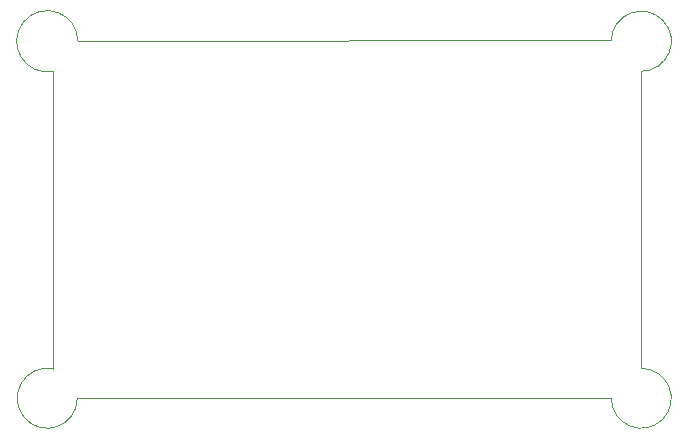
<source format=gbr>
%TF.GenerationSoftware,KiCad,Pcbnew,9.0.1*%
%TF.CreationDate,2025-07-02T13:22:09+05:30*%
%TF.ProjectId,4. MCU data logger,342e204d-4355-4206-9461-7461206c6f67,1*%
%TF.SameCoordinates,Original*%
%TF.FileFunction,Profile,NP*%
%FSLAX46Y46*%
G04 Gerber Fmt 4.6, Leading zero omitted, Abs format (unit mm)*
G04 Created by KiCad (PCBNEW 9.0.1) date 2025-07-02 13:22:09*
%MOMM*%
%LPD*%
G01*
G04 APERTURE LIST*
%TA.AperFunction,Profile*%
%ADD10C,0.050000*%
%TD*%
G04 APERTURE END LIST*
D10*
X48056800Y-59436000D02*
X47802301Y-59436000D01*
X45720000Y-61976000D02*
G75*
G02*
X47802302Y-59436000I-508000J2540000D01*
G01*
X47752000Y-89662000D02*
G75*
G02*
X45710135Y-87171325I-2540000J0D01*
G01*
X95504000Y-61976000D02*
X95504000Y-86918800D01*
X95504000Y-86918800D02*
X95504000Y-87122000D01*
X45720000Y-87122000D02*
X45720000Y-61976000D01*
X92964000Y-59320955D02*
G75*
G02*
X95504000Y-61978604I2540000J-115045D01*
G01*
X95504000Y-87122000D02*
G75*
G02*
X92964000Y-89662000I0J-2540000D01*
G01*
X92964000Y-89662000D02*
X47752000Y-89662000D01*
X45720000Y-87122000D02*
X45720000Y-87171325D01*
X48056800Y-59436000D02*
X92964000Y-59320955D01*
M02*

</source>
